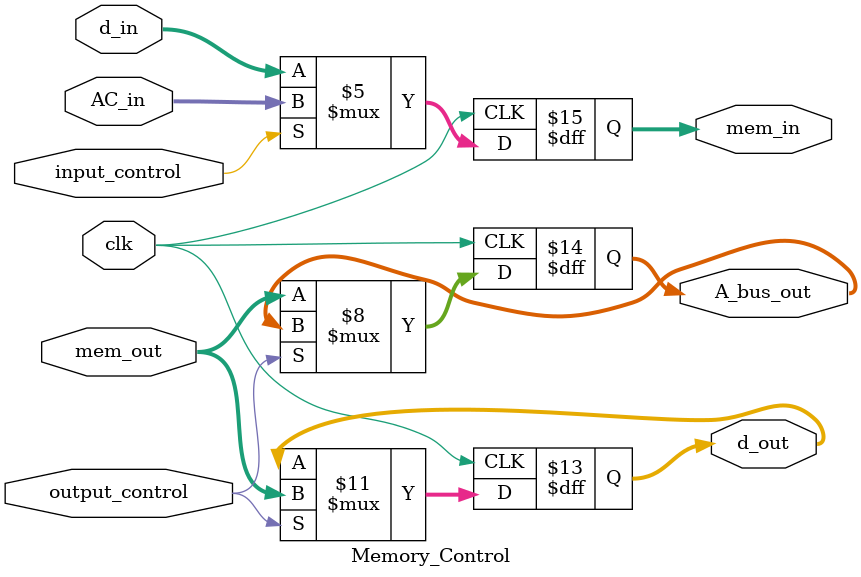
<source format=v>
`timescale 1ns / 1ps


module Memory_Control(
    input [15:0] d_in,
    input [15:0] mem_out,
    input [15:0] AC_in,
    output reg[15:0] d_out,
    output reg[15:0] A_bus_out,
    output reg [15:0] mem_in,
    input input_control,output_control,clk
    );
always @(posedge clk) begin
    if (input_control==0)
        mem_in<=d_in;//rx
    else 
        mem_in<=AC_in;
    if (output_control==1)
        d_out <= mem_out;//tx
    else
        A_bus_out<= mem_out;
end

endmodule

</source>
